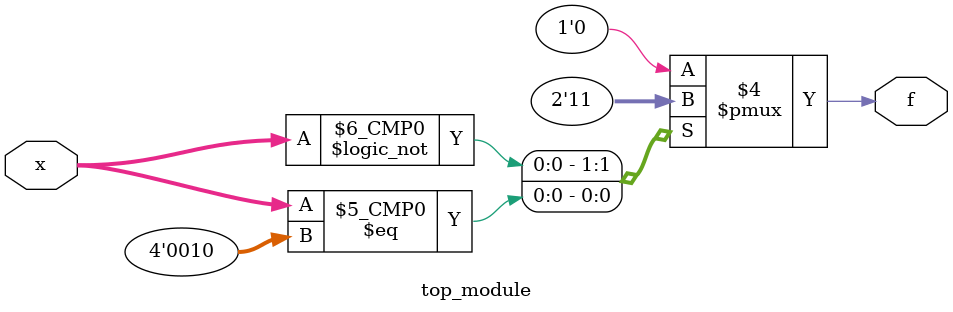
<source format=sv>
module top_module (
    input [4:1] x,
    output logic f
);
    
    always_comb begin
        case(x)
            4'b00:
                f = 1;
            4'b01:
                f = 0;
            4'b10:
                f = 1;
            4'b11:
                f = 0;
            default:
                f = 0;
        endcase
    end

endmodule

</source>
